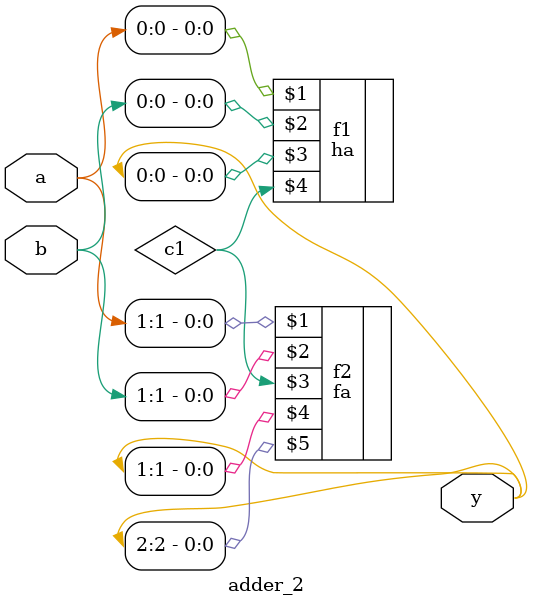
<source format=v>
module adder_2 (a,b,y);

input [1:0] a,b;
output [2:0] y;

wire c1;

ha f1(a[0],b[0],y[0],c1);
fa f2(a[1],b[1],c1,y[1],y[2]);

endmodule 

</source>
